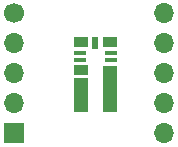
<source format=gts>
%TF.GenerationSoftware,KiCad,Pcbnew,(5.1.6-0-10_14)*%
%TF.CreationDate,2022-03-22T21:21:40-04:00*%
%TF.ProjectId,MPPT Chip,4d505054-2043-4686-9970-2e6b69636164,v01*%
%TF.SameCoordinates,Original*%
%TF.FileFunction,Soldermask,Top*%
%TF.FilePolarity,Negative*%
%FSLAX46Y46*%
G04 Gerber Fmt 4.6, Leading zero omitted, Abs format (unit mm)*
G04 Created by KiCad (PCBNEW (5.1.6-0-10_14)) date 2022-03-22 21:21:40*
%MOMM*%
%LPD*%
G01*
G04 APERTURE LIST*
%ADD10C,1.700000*%
%ADD11O,1.700000X1.700000*%
%ADD12R,1.700000X1.700000*%
%ADD13R,1.213000X3.963000*%
%ADD14R,1.213000X2.862999*%
%ADD15R,1.213000X0.825000*%
%ADD16R,1.038000X0.325000*%
%ADD17R,0.625000X1.038000*%
%ADD18R,1.213000X0.962000*%
G04 APERTURE END LIST*
D10*
%TO.C,J1*%
X68272660Y-91203780D03*
D11*
X80972660Y-91203780D03*
X68272660Y-93743780D03*
X80972660Y-93743780D03*
X68272660Y-96283780D03*
X80972660Y-96283780D03*
X68272660Y-98823780D03*
X80972660Y-98823780D03*
D12*
X68272660Y-101363780D03*
D11*
X80972660Y-101363780D03*
%TD*%
D13*
%TO.C,U0*%
X76339700Y-97576640D03*
D14*
X73952700Y-98126640D03*
D15*
X73952700Y-96007640D03*
D16*
X76427200Y-95157640D03*
X76427200Y-94557640D03*
X73865200Y-95157640D03*
X73865200Y-94557640D03*
D17*
X75146700Y-93677140D03*
D18*
X76340700Y-93639140D03*
X73952700Y-93639140D03*
%TD*%
M02*

</source>
